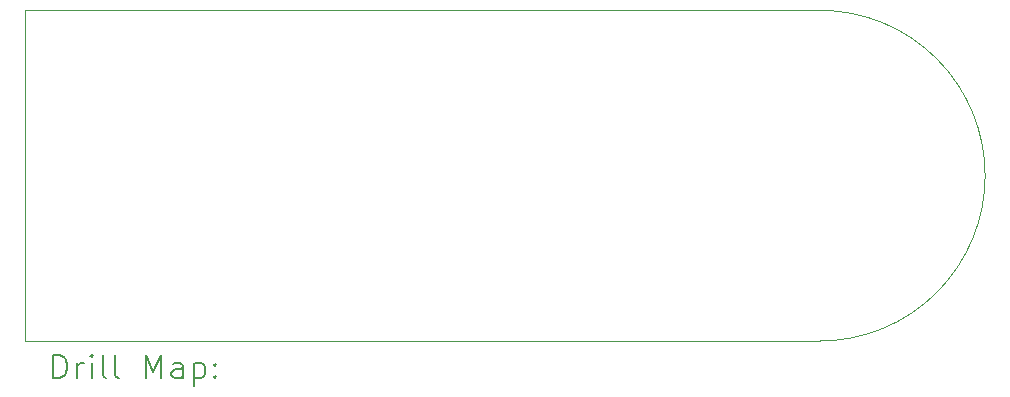
<source format=gbr>
%TF.GenerationSoftware,KiCad,Pcbnew,7.0.1*%
%TF.CreationDate,2023-03-25T17:09:24-05:00*%
%TF.ProjectId,STM32_XTW2_CLONE,53544d33-325f-4585-9457-325f434c4f4e,1.2.1V*%
%TF.SameCoordinates,Original*%
%TF.FileFunction,Drillmap*%
%TF.FilePolarity,Positive*%
%FSLAX45Y45*%
G04 Gerber Fmt 4.5, Leading zero omitted, Abs format (unit mm)*
G04 Created by KiCad (PCBNEW 7.0.1) date 2023-03-25 17:09:24*
%MOMM*%
%LPD*%
G01*
G04 APERTURE LIST*
%ADD10C,0.100000*%
%ADD11C,0.200000*%
G04 APERTURE END LIST*
D10*
X10777740Y-12610000D02*
X17508740Y-12610000D01*
X10777740Y-12610000D02*
X10777740Y-9810000D01*
X17508740Y-12610000D02*
G75*
G03*
X17508740Y-9810000I1360J1400000D01*
G01*
X17508740Y-9810000D02*
X10777740Y-9810000D01*
D11*
X11020359Y-12927524D02*
X11020359Y-12727524D01*
X11020359Y-12727524D02*
X11067978Y-12727524D01*
X11067978Y-12727524D02*
X11096550Y-12737048D01*
X11096550Y-12737048D02*
X11115597Y-12756096D01*
X11115597Y-12756096D02*
X11125121Y-12775143D01*
X11125121Y-12775143D02*
X11134645Y-12813239D01*
X11134645Y-12813239D02*
X11134645Y-12841810D01*
X11134645Y-12841810D02*
X11125121Y-12879905D01*
X11125121Y-12879905D02*
X11115597Y-12898953D01*
X11115597Y-12898953D02*
X11096550Y-12918001D01*
X11096550Y-12918001D02*
X11067978Y-12927524D01*
X11067978Y-12927524D02*
X11020359Y-12927524D01*
X11220359Y-12927524D02*
X11220359Y-12794191D01*
X11220359Y-12832286D02*
X11229883Y-12813239D01*
X11229883Y-12813239D02*
X11239407Y-12803715D01*
X11239407Y-12803715D02*
X11258454Y-12794191D01*
X11258454Y-12794191D02*
X11277502Y-12794191D01*
X11344168Y-12927524D02*
X11344168Y-12794191D01*
X11344168Y-12727524D02*
X11334645Y-12737048D01*
X11334645Y-12737048D02*
X11344168Y-12746572D01*
X11344168Y-12746572D02*
X11353692Y-12737048D01*
X11353692Y-12737048D02*
X11344168Y-12727524D01*
X11344168Y-12727524D02*
X11344168Y-12746572D01*
X11467978Y-12927524D02*
X11448930Y-12918001D01*
X11448930Y-12918001D02*
X11439407Y-12898953D01*
X11439407Y-12898953D02*
X11439407Y-12727524D01*
X11572740Y-12927524D02*
X11553692Y-12918001D01*
X11553692Y-12918001D02*
X11544168Y-12898953D01*
X11544168Y-12898953D02*
X11544168Y-12727524D01*
X11801311Y-12927524D02*
X11801311Y-12727524D01*
X11801311Y-12727524D02*
X11867978Y-12870382D01*
X11867978Y-12870382D02*
X11934645Y-12727524D01*
X11934645Y-12727524D02*
X11934645Y-12927524D01*
X12115597Y-12927524D02*
X12115597Y-12822763D01*
X12115597Y-12822763D02*
X12106073Y-12803715D01*
X12106073Y-12803715D02*
X12087026Y-12794191D01*
X12087026Y-12794191D02*
X12048930Y-12794191D01*
X12048930Y-12794191D02*
X12029883Y-12803715D01*
X12115597Y-12918001D02*
X12096549Y-12927524D01*
X12096549Y-12927524D02*
X12048930Y-12927524D01*
X12048930Y-12927524D02*
X12029883Y-12918001D01*
X12029883Y-12918001D02*
X12020359Y-12898953D01*
X12020359Y-12898953D02*
X12020359Y-12879905D01*
X12020359Y-12879905D02*
X12029883Y-12860858D01*
X12029883Y-12860858D02*
X12048930Y-12851334D01*
X12048930Y-12851334D02*
X12096549Y-12851334D01*
X12096549Y-12851334D02*
X12115597Y-12841810D01*
X12210835Y-12794191D02*
X12210835Y-12994191D01*
X12210835Y-12803715D02*
X12229883Y-12794191D01*
X12229883Y-12794191D02*
X12267978Y-12794191D01*
X12267978Y-12794191D02*
X12287026Y-12803715D01*
X12287026Y-12803715D02*
X12296549Y-12813239D01*
X12296549Y-12813239D02*
X12306073Y-12832286D01*
X12306073Y-12832286D02*
X12306073Y-12889429D01*
X12306073Y-12889429D02*
X12296549Y-12908477D01*
X12296549Y-12908477D02*
X12287026Y-12918001D01*
X12287026Y-12918001D02*
X12267978Y-12927524D01*
X12267978Y-12927524D02*
X12229883Y-12927524D01*
X12229883Y-12927524D02*
X12210835Y-12918001D01*
X12391788Y-12908477D02*
X12401311Y-12918001D01*
X12401311Y-12918001D02*
X12391788Y-12927524D01*
X12391788Y-12927524D02*
X12382264Y-12918001D01*
X12382264Y-12918001D02*
X12391788Y-12908477D01*
X12391788Y-12908477D02*
X12391788Y-12927524D01*
X12391788Y-12803715D02*
X12401311Y-12813239D01*
X12401311Y-12813239D02*
X12391788Y-12822763D01*
X12391788Y-12822763D02*
X12382264Y-12813239D01*
X12382264Y-12813239D02*
X12391788Y-12803715D01*
X12391788Y-12803715D02*
X12391788Y-12822763D01*
M02*

</source>
